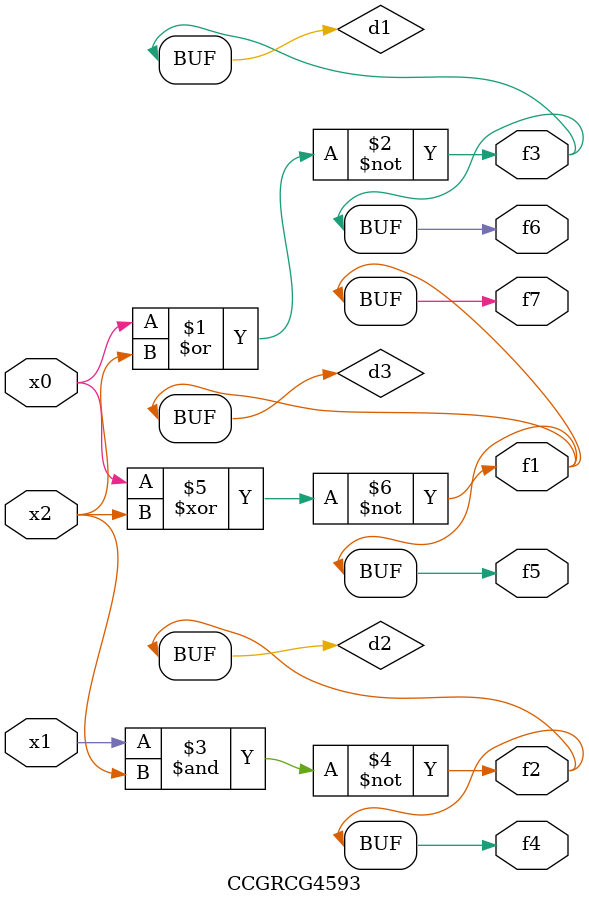
<source format=v>
module CCGRCG4593(
	input x0, x1, x2,
	output f1, f2, f3, f4, f5, f6, f7
);

	wire d1, d2, d3;

	nor (d1, x0, x2);
	nand (d2, x1, x2);
	xnor (d3, x0, x2);
	assign f1 = d3;
	assign f2 = d2;
	assign f3 = d1;
	assign f4 = d2;
	assign f5 = d3;
	assign f6 = d1;
	assign f7 = d3;
endmodule

</source>
